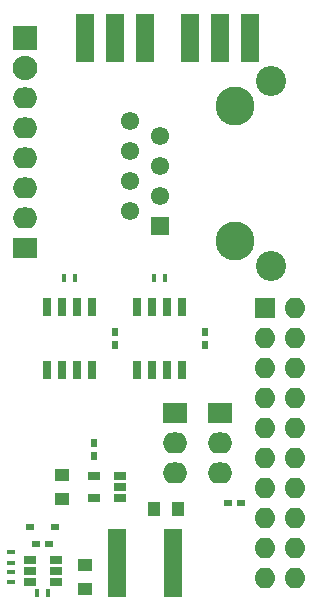
<source format=gbr>
G04 #@! TF.FileFunction,Soldermask,Top*
%FSLAX46Y46*%
G04 Gerber Fmt 4.6, Leading zero omitted, Abs format (unit mm)*
G04 Created by KiCad (PCBNEW (2016-02-16 BZR 6568, Git 6c5f954)-product) date Sun 21 Feb 2016 12:13:02 PM EST*
%MOMM*%
G01*
G04 APERTURE LIST*
%ADD10C,0.100000*%
%ADD11R,0.650800X0.550800*%
%ADD12R,1.300800X1.050800*%
%ADD13R,1.050800X1.300800*%
%ADD14R,0.550800X0.650800*%
%ADD15R,0.640800X0.500800*%
%ADD16C,3.302000*%
%ADD17R,1.551940X1.551940*%
%ADD18C,1.551940*%
%ADD19C,2.550800*%
%ADD20R,1.650800X5.750800*%
%ADD21R,1.570800X4.110800*%
%ADD22R,2.082800X1.778000*%
%ADD23O,2.082800X1.778000*%
%ADD24R,1.778000X1.778000*%
%ADD25O,1.778000X1.778000*%
%ADD26R,0.450800X0.650800*%
%ADD27R,0.650800X0.450800*%
%ADD28R,1.110800X0.700800*%
%ADD29R,0.650800X1.600800*%
%ADD30R,2.082800X2.082800*%
%ADD31O,2.082800X2.082800*%
G04 APERTURE END LIST*
D10*
D11*
X108754000Y-92329000D03*
X107654000Y-92329000D03*
D12*
X111760000Y-94123000D03*
X111760000Y-96123000D03*
X109855000Y-88503000D03*
X109855000Y-86503000D03*
D13*
X117618000Y-89408000D03*
X119618000Y-89408000D03*
D14*
X112522000Y-84878000D03*
X112522000Y-83778000D03*
D11*
X125010000Y-88900000D03*
X123910000Y-88900000D03*
D14*
X121920000Y-75480000D03*
X121920000Y-74380000D03*
X114300000Y-75480000D03*
X114300000Y-74380000D03*
D15*
X109259000Y-90932000D03*
X107149000Y-90932000D03*
D16*
X124460000Y-55245000D03*
X124460000Y-66675000D03*
D17*
X118110000Y-65405000D03*
D18*
X115570000Y-64135000D03*
X118110000Y-62865000D03*
X115570000Y-61595000D03*
X118110000Y-60325000D03*
X115570000Y-59055000D03*
X118110000Y-57785000D03*
X115570000Y-56515000D03*
D19*
X127510000Y-68810000D03*
X127510000Y-53110000D03*
D20*
X114490000Y-93980000D03*
X119190000Y-93980000D03*
D21*
X114300000Y-49530000D03*
X111760000Y-49530000D03*
X116840000Y-49530000D03*
D22*
X119380000Y-81280000D03*
D23*
X119380000Y-83820000D03*
X119380000Y-86360000D03*
D21*
X123190000Y-49530000D03*
X120650000Y-49530000D03*
X125730000Y-49530000D03*
D22*
X106680000Y-67310000D03*
D23*
X106680000Y-64770000D03*
X106680000Y-62230000D03*
X106680000Y-59690000D03*
X106680000Y-57150000D03*
X106680000Y-54610000D03*
D22*
X123190000Y-81280000D03*
D23*
X123190000Y-83820000D03*
X123190000Y-86360000D03*
D24*
X127000000Y-72390000D03*
D25*
X129540000Y-72390000D03*
X127000000Y-74930000D03*
X129540000Y-74930000D03*
X127000000Y-77470000D03*
X129540000Y-77470000D03*
X127000000Y-80010000D03*
X129540000Y-80010000D03*
X127000000Y-82550000D03*
X129540000Y-82550000D03*
X127000000Y-85090000D03*
X129540000Y-85090000D03*
X127000000Y-87630000D03*
X129540000Y-87630000D03*
X127000000Y-90170000D03*
X129540000Y-90170000D03*
X127000000Y-92710000D03*
X129540000Y-92710000D03*
X127000000Y-95250000D03*
X129540000Y-95250000D03*
D26*
X107754000Y-96520000D03*
X108654000Y-96520000D03*
X117660000Y-69850000D03*
X118560000Y-69850000D03*
D27*
X105537000Y-93022000D03*
X105537000Y-93922000D03*
X105537000Y-95573000D03*
X105537000Y-94673000D03*
D26*
X110040000Y-69850000D03*
X110940000Y-69850000D03*
D28*
X107104000Y-93665000D03*
X107104000Y-94615000D03*
X107104000Y-95565000D03*
X109304000Y-95565000D03*
X109304000Y-93665000D03*
X109304000Y-94615000D03*
X114765000Y-88453000D03*
X114765000Y-87503000D03*
X114765000Y-86553000D03*
X112565000Y-86553000D03*
X112565000Y-88453000D03*
D29*
X120015000Y-72230000D03*
X118745000Y-72230000D03*
X117475000Y-72230000D03*
X116205000Y-72230000D03*
X116205000Y-77630000D03*
X117475000Y-77630000D03*
X118745000Y-77630000D03*
X120015000Y-77630000D03*
X112395000Y-72230000D03*
X111125000Y-72230000D03*
X109855000Y-72230000D03*
X108585000Y-72230000D03*
X108585000Y-77630000D03*
X109855000Y-77630000D03*
X111125000Y-77630000D03*
X112395000Y-77630000D03*
D30*
X106680000Y-49530000D03*
D31*
X106680000Y-52070000D03*
M02*

</source>
